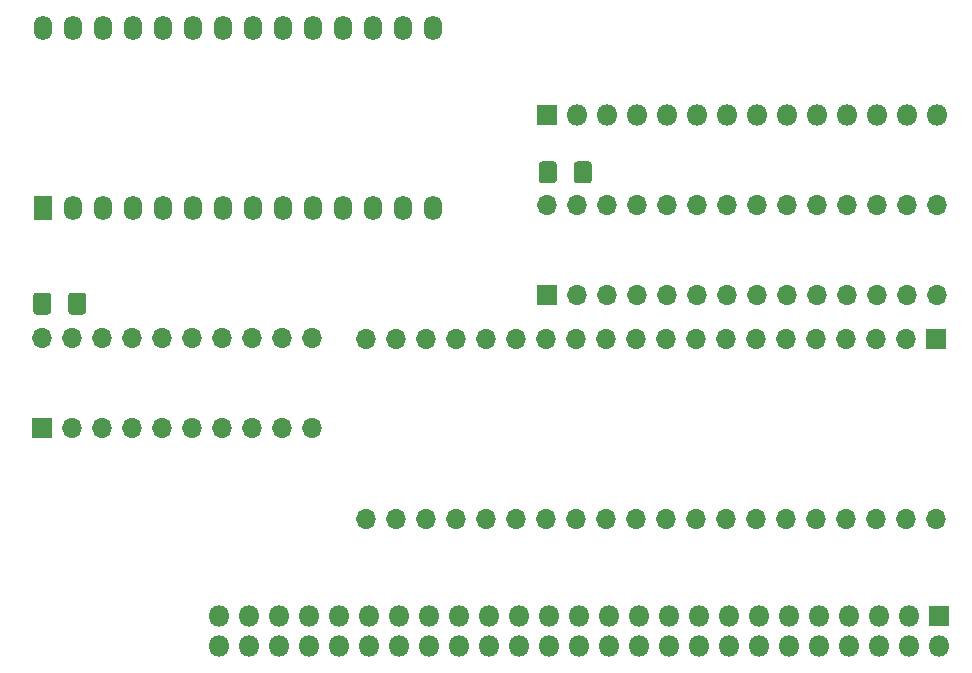
<source format=gbr>
G04 #@! TF.GenerationSoftware,KiCad,Pcbnew,(5.1.6-0-10_14)*
G04 #@! TF.CreationDate,2021-01-14T01:33:30+01:00*
G04 #@! TF.ProjectId,proc_board,70726f63-5f62-46f6-9172-642e6b696361,rev?*
G04 #@! TF.SameCoordinates,Original*
G04 #@! TF.FileFunction,Soldermask,Top*
G04 #@! TF.FilePolarity,Negative*
%FSLAX46Y46*%
G04 Gerber Fmt 4.6, Leading zero omitted, Abs format (unit mm)*
G04 Created by KiCad (PCBNEW (5.1.6-0-10_14)) date 2021-01-14 01:33:30*
%MOMM*%
%LPD*%
G01*
G04 APERTURE LIST*
%ADD10O,1.800000X1.800000*%
%ADD11R,1.800000X1.800000*%
%ADD12O,1.700000X1.700000*%
%ADD13R,1.700000X1.700000*%
%ADD14O,1.540000X2.100000*%
%ADD15R,1.540000X2.100000*%
G04 APERTURE END LIST*
D10*
G04 #@! TO.C,REF\u002A\u002A*
X78105000Y49085500D03*
X75565000Y49085500D03*
X73025000Y49085500D03*
X70485000Y49085500D03*
X67945000Y49085500D03*
X65405000Y49085500D03*
X62865000Y49085500D03*
X60325000Y49085500D03*
X57785000Y49085500D03*
X55245000Y49085500D03*
X52705000Y49085500D03*
X50165000Y49085500D03*
X47625000Y49085500D03*
D11*
X45085000Y49085500D03*
G04 #@! TD*
D12*
G04 #@! TO.C,U1*
X2286000Y30162500D03*
X25146000Y22542500D03*
X4826000Y30162500D03*
X22606000Y22542500D03*
X7366000Y30162500D03*
X20066000Y22542500D03*
X9906000Y30162500D03*
X17526000Y22542500D03*
X12446000Y30162500D03*
X14986000Y22542500D03*
X14986000Y30162500D03*
X12446000Y22542500D03*
X17526000Y30162500D03*
X9906000Y22542500D03*
X20066000Y30162500D03*
X7366000Y22542500D03*
X22606000Y30162500D03*
X4826000Y22542500D03*
X25146000Y30162500D03*
D13*
X2286000Y22542500D03*
G04 #@! TD*
G04 #@! TO.C,C4*
G36*
G01*
X3085000Y33740956D02*
X3085000Y32426044D01*
G75*
G02*
X2817456Y32158500I-267544J0D01*
G01*
X1827544Y32158500D01*
G75*
G02*
X1560000Y32426044I0J267544D01*
G01*
X1560000Y33740956D01*
G75*
G02*
X1827544Y34008500I267544J0D01*
G01*
X2817456Y34008500D01*
G75*
G02*
X3085000Y33740956I0J-267544D01*
G01*
G37*
G36*
G01*
X6060000Y33740956D02*
X6060000Y32426044D01*
G75*
G02*
X5792456Y32158500I-267544J0D01*
G01*
X4802544Y32158500D01*
G75*
G02*
X4535000Y32426044I0J267544D01*
G01*
X4535000Y33740956D01*
G75*
G02*
X4802544Y34008500I267544J0D01*
G01*
X5792456Y34008500D01*
G75*
G02*
X6060000Y33740956I0J-267544D01*
G01*
G37*
G04 #@! TD*
D14*
G04 #@! TO.C,U4*
X35433000Y56388000D03*
X35433000Y41148000D03*
X32893000Y56388000D03*
X32893000Y41148000D03*
X30353000Y56388000D03*
X30353000Y41148000D03*
X27813000Y56388000D03*
X27813000Y41148000D03*
X25273000Y56388000D03*
X25273000Y41148000D03*
X22733000Y56388000D03*
X22733000Y41148000D03*
X20193000Y56388000D03*
X20193000Y41148000D03*
X17653000Y56388000D03*
X17653000Y41148000D03*
X15113000Y56388000D03*
X15113000Y41148000D03*
X12573000Y56388000D03*
X12573000Y41148000D03*
X10033000Y56388000D03*
X10033000Y41148000D03*
X7493000Y56388000D03*
X7493000Y41148000D03*
X4953000Y56388000D03*
X4953000Y41148000D03*
X2413000Y56388000D03*
D15*
X2413000Y41148000D03*
G04 #@! TD*
D12*
G04 #@! TO.C,U3*
X45059001Y41453001D03*
X78079001Y33833001D03*
X47599001Y41453001D03*
X75539001Y33833001D03*
X50139001Y41453001D03*
X72999001Y33833001D03*
X52679001Y41453001D03*
X70459001Y33833001D03*
X55219001Y41453001D03*
X67919001Y33833001D03*
X57759001Y41453001D03*
X65379001Y33833001D03*
X60299001Y41453001D03*
X62839001Y33833001D03*
X62839001Y41453001D03*
X60299001Y33833001D03*
X65379001Y41453001D03*
X57759001Y33833001D03*
X67919001Y41453001D03*
X55219001Y33833001D03*
X70459001Y41453001D03*
X52679001Y33833001D03*
X72999001Y41453001D03*
X50139001Y33833001D03*
X75539001Y41453001D03*
X47599001Y33833001D03*
X78079001Y41453001D03*
D13*
X45059001Y33833001D03*
G04 #@! TD*
G04 #@! TO.C,C1*
G36*
G01*
X45884000Y44853456D02*
X45884000Y43538544D01*
G75*
G02*
X45616456Y43271000I-267544J0D01*
G01*
X44626544Y43271000D01*
G75*
G02*
X44359000Y43538544I0J267544D01*
G01*
X44359000Y44853456D01*
G75*
G02*
X44626544Y45121000I267544J0D01*
G01*
X45616456Y45121000D01*
G75*
G02*
X45884000Y44853456I0J-267544D01*
G01*
G37*
G36*
G01*
X48859000Y44853456D02*
X48859000Y43538544D01*
G75*
G02*
X48591456Y43271000I-267544J0D01*
G01*
X47601544Y43271000D01*
G75*
G02*
X47334000Y43538544I0J267544D01*
G01*
X47334000Y44853456D01*
G75*
G02*
X47601544Y45121000I267544J0D01*
G01*
X48591456Y45121000D01*
G75*
G02*
X48859000Y44853456I0J-267544D01*
G01*
G37*
G04 #@! TD*
D12*
G04 #@! TO.C,U2*
X77978000Y14859000D03*
X29718000Y30099000D03*
X75438000Y14859000D03*
X32258000Y30099000D03*
X72898000Y14859000D03*
X34798000Y30099000D03*
X70358000Y14859000D03*
X37338000Y30099000D03*
X67818000Y14859000D03*
X39878000Y30099000D03*
X65278000Y14859000D03*
X42418000Y30099000D03*
X62738000Y14859000D03*
X44958000Y30099000D03*
X60198000Y14859000D03*
X47498000Y30099000D03*
X57658000Y14859000D03*
X50038000Y30099000D03*
X55118000Y14859000D03*
X52578000Y30099000D03*
X52578000Y14859000D03*
X55118000Y30099000D03*
X50038000Y14859000D03*
X57658000Y30099000D03*
X47498000Y14859000D03*
X60198000Y30099000D03*
X44958000Y14859000D03*
X62738000Y30099000D03*
X42418000Y14859000D03*
X65278000Y30099000D03*
X39878000Y14859000D03*
X67818000Y30099000D03*
X37338000Y14859000D03*
X70358000Y30099000D03*
X34798000Y14859000D03*
X72898000Y30099000D03*
X32258000Y14859000D03*
X75438000Y30099000D03*
X29718000Y14859000D03*
D13*
X77978000Y30099000D03*
G04 #@! TD*
D10*
G04 #@! TO.C,J1*
X17272000Y4064000D03*
X17272000Y6604000D03*
X19812000Y4064000D03*
X19812000Y6604000D03*
X22352000Y4064000D03*
X22352000Y6604000D03*
X24892000Y4064000D03*
X24892000Y6604000D03*
X27432000Y4064000D03*
X27432000Y6604000D03*
X29972000Y4064000D03*
X29972000Y6604000D03*
X32512000Y4064000D03*
X32512000Y6604000D03*
X35052000Y4064000D03*
X35052000Y6604000D03*
X37592000Y4064000D03*
X37592000Y6604000D03*
X40132000Y4064000D03*
X40132000Y6604000D03*
X42672000Y4064000D03*
X42672000Y6604000D03*
X45212000Y4064000D03*
X45212000Y6604000D03*
X47752000Y4064000D03*
X47752000Y6604000D03*
X50292000Y4064000D03*
X50292000Y6604000D03*
X52832000Y4064000D03*
X52832000Y6604000D03*
X55372000Y4064000D03*
X55372000Y6604000D03*
X57912000Y4064000D03*
X57912000Y6604000D03*
X60452000Y4064000D03*
X60452000Y6604000D03*
X62992000Y4064000D03*
X62992000Y6604000D03*
X65532000Y4064000D03*
X65532000Y6604000D03*
X68072000Y4064000D03*
X68072000Y6604000D03*
X70612000Y4064000D03*
X70612000Y6604000D03*
X73152000Y4064000D03*
X73152000Y6604000D03*
X75692000Y4064000D03*
X75692000Y6604000D03*
X78232000Y4064000D03*
D11*
X78232000Y6604000D03*
G04 #@! TD*
M02*

</source>
